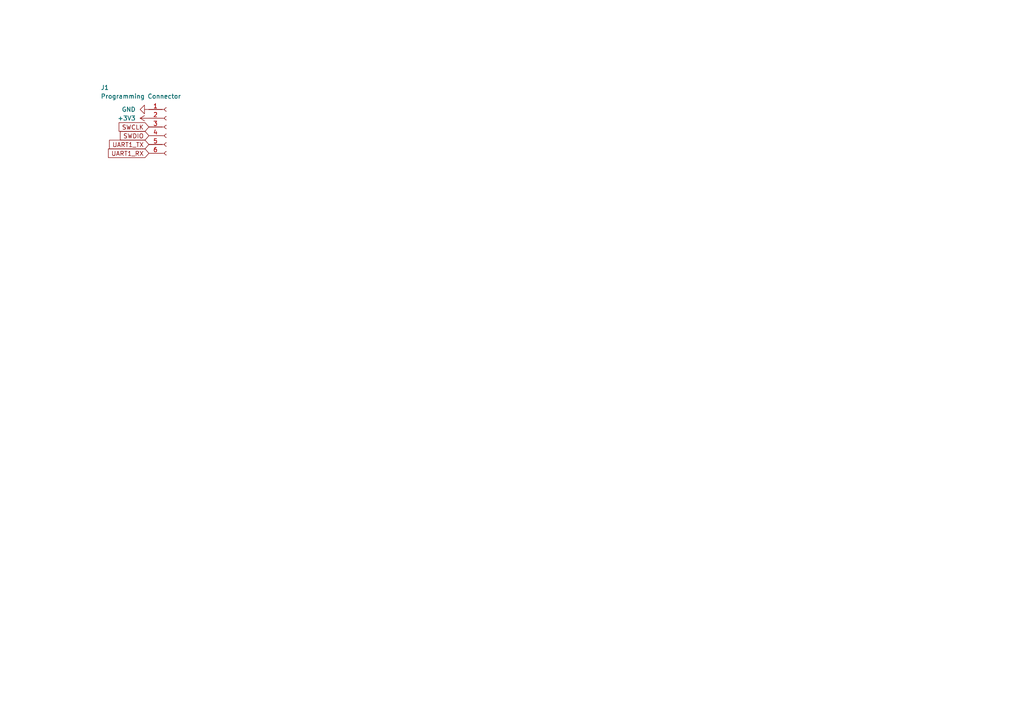
<source format=kicad_sch>
(kicad_sch (version 20211123) (generator eeschema)
  (paper "A4")
  (title_block (title "Marvin flight controller") (rev "0.1.0") (company "3FALL"))
  (lib_symbols
    (symbol "Connector:Conn_01x06_Female" (pin_names (offset 1.016) hide)
      (property "Reference" "J" (at 0 7.62 0))
      (property "Value" "Conn_01x06_Female" (at 0 -10.16 0))
      (symbol "Conn_01x06_Female_1_1"
        (arc (start 0 -7.112) (mid -0.508 -7.62) (end 0 -8.128) (stroke (width 0.1524)))
        (arc (start 0 -4.572) (mid -0.508 -5.08) (end 0 -5.588) (stroke (width 0.1524)))
        (arc (start 0 -2.032) (mid -0.508 -2.54) (end 0 -3.048) (stroke (width 0.1524)))
        (polyline (pts (xy -1.27 -7.62) (xy -0.508 -7.62)) (stroke (width 0.1524)))
        (polyline (pts (xy -1.27 -5.08) (xy -0.508 -5.08)) (stroke (width 0.1524)))
        (polyline (pts (xy -1.27 -2.54) (xy -0.508 -2.54)) (stroke (width 0.1524)))
        (polyline (pts (xy -1.27 0) (xy -0.508 0)) (stroke (width 0.1524)))
        (polyline (pts (xy -1.27 2.54) (xy -0.508 2.54)) (stroke (width 0.1524)))
        (polyline (pts (xy -1.27 5.08) (xy -0.508 5.08)) (stroke (width 0.1524)))
        (arc (start 0 0.508) (mid -0.508 0) (end 0 -0.508) (stroke (width 0.1524)))
        (arc (start 0 3.048) (mid -0.508 2.54) (end 0 2.032) (stroke (width 0.1524)))
        (arc (start 0 5.588) (mid -0.508 5.08) (end 0 4.572) (stroke (width 0.1524)))
        (pin passive line (at -5.08 5.08 0) (length 3.81) (name "Pin_1") (number "1"))
        (pin passive line (at -5.08 2.54 0) (length 3.81) (name "Pin_2") (number "2"))
        (pin passive line (at -5.08 0 0) (length 3.81) (name "Pin_3") (number "3"))
        (pin passive line (at -5.08 -2.54 0) (length 3.81) (name "Pin_4") (number "4"))
        (pin passive line (at -5.08 -5.08 0) (length 3.81) (name "Pin_5") (number "5"))
        (pin passive line (at -5.08 -7.62 0) (length 3.81) (name "Pin_6") (number "6"))
      )
    )
    (symbol "power:+3V3" (power) (pin_names (offset 0))
      (property "Value" "+3V3" (at 0 3.556 0))
      (symbol "+3V3_0_1"
        (polyline (pts (xy -0.762 1.27) (xy 0 2.54)))
        (polyline (pts (xy 0 0) (xy 0 2.54)))
        (polyline (pts (xy 0 2.54) (xy 0.762 1.27)))
      )
      (symbol "+3V3_1_1"
        (pin power_in line (at 0 0 90) (length 0) hide (name "+3V3") (number "1"))
      )
    )
    (symbol "power:GND" (power) (pin_names (offset 0))
      (property "Value" "GND" (at 0 -3.81 0))
      (symbol "GND_0_1"
        (polyline (pts (xy 0 0) (xy 0 -1.27) (xy 1.27 -1.27) (xy 0 -2.54) (xy -1.27 -1.27) (xy 0 -1.27)))
      )
      (symbol "GND_1_1"
        (pin power_in line (at 0 0 270) (length 0) hide (name "GND") (number "1"))
      )
    )
  )
  (global_label "UART1_TX" (shape input) (at 43.18 41.91 180) (property "Intersheet References" "${INTERSHEET_REFS}" (effects hide)))
  (global_label "UART1_RX" (shape input) (at 43.18 44.45 180) (property "Intersheet References" "${INTERSHEET_REFS}" (effects hide)))
  (global_label "SWDIO" (shape input) (at 43.18 39.37 180) (property "Intersheet References" "${INTERSHEET_REFS}" (effects hide)))
  (global_label "SWCLK" (shape input) (at 43.18 36.83 180) (property "Intersheet References" "${INTERSHEET_REFS}" (effects hide)))
  (symbol (lib_id "power:+3V3") (at 43.18 34.29 90) (unit 1)
    (property "Reference" "#PWR012" (effects hide))
    (property "Value" "+3V3" (at 39.37 34.29 90) (effects (justify left)))
  )
  (symbol (lib_id "power:GND") (at 43.18 31.75 270) (unit 1)
    (property "Reference" "#PWR011" (effects hide))
    (property "Value" "GND" (at 39.37 31.75 90) (effects (justify right)))
  )
  (symbol (lib_id "Connector:Conn_01x06_Female") (at 48.26 36.83 0) (unit 1)
    (property "Reference" "J1" (at 29.21 25.4 0) (effects (justify left)))
    (property "Value" "Programming Connector" (at 29.21 27.94 0) (effects (justify left)))
  )
)
</source>
